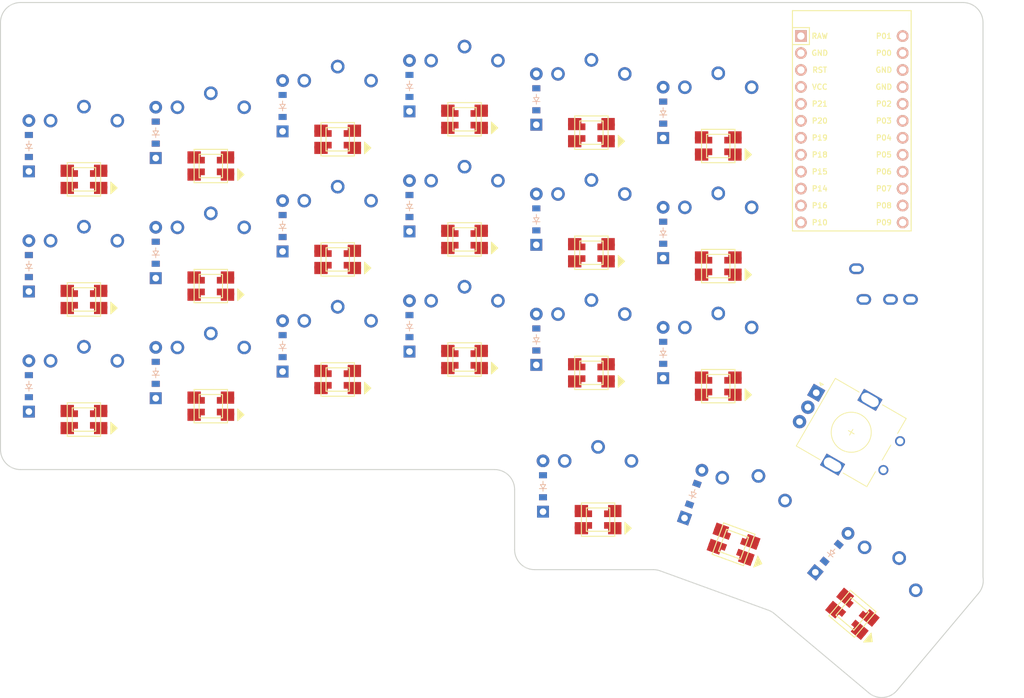
<source format=kicad_pcb>
(kicad_pcb (version 20211014) (generator pcbnew)
  (title_block (title "cholatte") (rev "v1.0.0") (company "Unknown"))
  (layers (0 "F.Cu" signal) (31 "B.Cu" signal) (34 "B.Paste" user) (35 "F.Paste" user) (36 "B.SilkS" user "B.Silkscreen") (37 "F.SilkS" user "F.Silkscreen") (38 "B.Mask" user) (39 "F.Mask" user) (44 "Edge.Cuts" user))
  (net 0 "")
  (net 1 "matrix_outer_bottom")
  (net 2 "GND")
  (net 3 "unknown")
  (net 4 "VCC")
  (net 5 "matrix_outer_home")
  (net 6 "matrix_outer_top")
  (net 7 "matrix_pinky_bottom")
  (net 8 "matrix_pinky_home")
  (net 9 "matrix_pinky_top")
  (net 10 "matrix_ring_bottom")
  (net 11 "matrix_ring_home")
  (net 12 "matrix_ring_top")
  (net 13 "matrix_middle_bottom")
  (net 14 "matrix_middle_home")
  (net 15 "matrix_middle_top")
  (net 16 "matrix_index_bottom")
  (net 17 "matrix_index_home")
  (net 18 "matrix_index_top")
  (net 19 "matrix_inner_bottom")
  (net 20 "matrix_inner_home")
  (net 21 "matrix_inner_top")
  (net 22 "thumbfan_near_thumb")
  (net 23 "thumbfan_home_thumb")
  (net 24 "thumbfan_far_thumb")
  (net 25 "undefined")
  (net 26 "D2")
  (net 27 "RAW")
  (net 28 "RST")
  (net 29 "matrix_thumbfan_far")
  (net 30 "matrix_thumbfan_home")
  (net 31 "matrix_thumbfan_near")
  (net 32 "P0")
  (footprint "WS2812B" (layer "F.Cu") (at 129.22 157)
    (fp_text reference "LED4" hide)
    (fp_text value "" hide)
  )
  (footprint "ProMicro" (layer "F.Cu") (at 225.22 115.5 -90)
    (fp_text reference "MCU1" hide)
    (fp_text value "" hide)
  )
  (footprint "PG1350" (layer "F.Cu") (at 129.22 152)
    (fp_text reference "S4" hide)
    (fp_text value "" hide)
  )
  (footprint "WS2812B" (layer "F.Cu") (at 148.22 117)
    (fp_text reference "LED9" hide)
    (fp_text value "" hide)
  )
  (footprint "ComboDiode" (layer "F.Cu") (at 178.97 169 90)
    (fp_text reference "D19" hide)
    (fp_text value "" hide)
  )
  (footprint "WS2812B" (layer "F.Cu") (at 148.22 135)
    (fp_text reference "LED8" hide)
    (fp_text value "" hide)
  )
  (footprint "PG1350" (layer "F.Cu") (at 228.525157 184.283214 -40)
    (fp_text reference "S21" hide)
    (fp_text value "" hide)
  )
  (footprint "rotary_encoder" (layer "F.Cu") (at 225.22 161 -30)
    (fp_text reference "ROT1" hide)
    (fp_text value "")
  )
  (footprint "ComboDiode" (layer "F.Cu") (at 101.97 118 90)
    (fp_text reference "D3" hide)
    (fp_text value "" hide)
  )
  (footprint "WS2812B" (layer "F.Cu") (at 167.22 132)
    (fp_text reference "LED11" hide)
    (fp_text value "" hide)
  )
  (footprint "WS2812B" (layer "F.Cu") (at 129.22 121)
    (fp_text reference "LED6" hide)
    (fp_text value "" hide)
  )
  (footprint "WS2812B" (layer "F.Cu") (at 187.22 174)
    (fp_text reference "LED19" hide)
    (fp_text value "" hide)
  )
  (footprint "ComboDiode" (layer "F.Cu") (at 196.97 131 90)
    (fp_text reference "D17" hide)
    (fp_text value "" hide)
  )
  (footprint "WS2812B" (layer "F.Cu") (at 205.22 118)
    (fp_text reference "LED18" hide)
    (fp_text value "" hide)
  )
  (footprint "TRRS-PJ-320A-dual" (layer "F.Cu") (at 237.22 141 -90)
    (fp_text reference "REF**")
    (fp_text value "TRRS-PJ-320A-dual")
  )
  (footprint "PG1350" (layer "F.Cu") (at 187.22 169)
    (fp_text reference "S19" hide)
    (fp_text value "" hide)
  )
  (footprint "ComboDiode" (layer "F.Cu") (at 196.97 149 90)
    (fp_text reference "D16" hide)
    (fp_text value "" hide)
  )
  (footprint "WS2812B" (layer "F.Cu") (at 207.509899 177.698463 -20)
    (fp_text reference "LED20" hide)
    (fp_text value "" hide)
  )
  (footprint "PG1350" (layer "F.Cu") (at 148.22 130)
    (fp_text reference "S8" hide)
    (fp_text value "" hide)
  )
  (footprint "ComboDiode" (layer "F.Cu") (at 101.97 136 90)
    (fp_text reference "D2" hide)
    (fp_text value "" hide)
  )
  (footprint "WS2812B" (layer "F.Cu") (at 167.22 114)
    (fp_text reference "LED12" hide)
    (fp_text value "" hide)
  )
  (footprint "ComboDiode" (layer "F.Cu") (at 177.97 129 90)
    (fp_text reference "D14" hide)
    (fp_text value "" hide)
  )
  (footprint "WS2812B" (layer "F.Cu") (at 167.22 150)
    (fp_text reference "LED10" hide)
    (fp_text value "" hide)
  )
  (footprint "ComboDiode" (layer "F.Cu") (at 158.97 145 90)
    (fp_text reference "D10" hide)
    (fp_text value "" hide)
  )
  (footprint "PG1350" (layer "F.Cu") (at 186.22 147)
    (fp_text reference "S13" hide)
    (fp_text value "" hide)
  )
  (footprint "PG1350" (layer "F.Cu") (at 110.22 118)
    (fp_text reference "S3" hide)
    (fp_text value "" hide)
  )
  (footprint "ComboDiode" (layer "F.Cu") (at 222.20529 178.980216 50)
    (fp_text reference "D21" hide)
    (fp_text value "" hide)
  )
  (footprint "WS2812B" (layer "F.Cu") (at 129.22 139)
    (fp_text reference "LED5" hide)
    (fp_text value "" hide)
  )
  (footprint "PG1350" (layer "F.Cu") (at 110.22 154)
    (fp_text reference "S1" hide)
    (fp_text value "" hide)
  )
  (footprint "PG1350" (layer "F.Cu") (at 167.22 127)
    (fp_text reference "S11" hide)
    (fp_text value "" hide)
  )
  (footprint "ComboDiode" (layer "F.Cu") (at 139.97 112 90)
    (fp_text reference "D9" hide)
    (fp_text value "" hide)
  )
  (footprint "ComboDiode" (layer "F.Cu") (at 120.97 134 90)
    (fp_text reference "D5" hide)
    (fp_text value "" hide)
  )
  (footprint "WS2812B" (layer "F.Cu") (at 225.311219 188.113436 -40)
    (fp_text reference "LED21" hide)
    (fp_text value "" hide)
  )
  (footprint "ComboDiode" (layer "F.Cu") (at 139.97 148 90)
    (fp_text reference "D7" hide)
    (fp_text value "" hide)
  )
  (footprint "ComboDiode" (layer "F.Cu") (at 101.97 154 90)
    (fp_text reference "D1" hide)
    (fp_text value "" hide)
  )
  (footprint "PG1350" (layer "F.Cu") (at 167.22 109)
    (fp_text reference "S12" hide)
    (fp_text value "" hide)
  )
  (footprint "ComboDiode" (layer "F.Cu") (at 201.467536 170.178334 70)
    (fp_text reference "D20" hide)
    (fp_text value "" hide)
  )
  (footprint "WS2812B" (layer "F.Cu") (at 205.22 136)
    (fp_text reference "LED17" hide)
    (fp_text value "" hide)
  )
  (footprint "ComboDiode" (layer "F.Cu") (at 120.97 152 90)
    (fp_text reference "D4" hide)
    (fp_text value "" hide)
  )
  (footprint "ComboDiode" (layer "F.Cu") (at 177.97 111 90)
    (fp_text reference "D15" hide)
    (fp_text value "" hide)
  )
  (footprint "WS2812B" (layer "F.Cu") (at 148.22 153)
    (fp_text reference "LED7" hide)
    (fp_text value "" hide)
  )
  (footprint "ComboDiode" (layer "F.Cu") (at 177.97 147 90)
    (fp_text reference "D13" hide)
    (fp_text value "" hide)
  )
  (footprint "WS2812B" (layer "F.Cu") (at 205.22 154)
    (fp_text reference "LED16" hide)
    (fp_text value "" hide)
  )
  (footprint "PG1350" (layer "F.Cu") (at 129.22 116)
    (fp_text reference "S6" hide)
    (fp_text value "" hide)
  )
  (footprint "WS2812B" (layer "F.Cu") (at 110.22 141)
    (fp_text reference "LED2" hide)
    (fp_text value "" hide)
  )
  (footprint "PG1350" (layer "F.Cu") (at 186.22 111)
    (fp_text reference "S15" hide)
    (fp_text value "" hide)
  )
  (footprint "ComboDiode" (layer "F.Cu") (at 158.97 109 90)
    (fp_text reference "D12" hide)
    (fp_text value "" hide)
  )
  (footprint "ComboDiode" (layer "F.Cu") (at 120.97 116 90)
    (fp_text reference "D6" hide)
    (fp_text value "" hide)
  )
  (footprint "PG1350" (layer "F.Cu") (at 129.22 134)
    (fp_text reference "S5" hide)
    (fp_text value "" hide)
  )
  (footprint "PG1350" (layer "F.Cu") (at 110.22 136)
    (fp_text reference "S2" hide)
    (fp_text value "" hide)
  )
  (footprint "PG1350" (layer "F.Cu") (at 205.22 131)
    (fp_text reference "S17" hide)
    (fp_text value "" hide)
  )
  (footprint "WS2812B" (layer "F.Cu") (at 186.22 134)
    (fp_text reference "LED14" hide)
    (fp_text value "" hide)
  )
  (footprint "PG1350" (layer "F.Cu") (at 209.22 173 -20)
    (fp_text reference "S20" hide)
    (fp_text value "" hide)
  )
  (footprint "WS2812B" (layer "F.Cu") (at 110.22 123)
    (fp_text reference "LED3" hide)
    (fp_text value "" hide)
  )
  (footprint "WS2812B" (layer "F.Cu") (at 186.22 116)
    (fp_text reference "LED15" hide)
    (fp_text value "" hide)
  )
  (footprint "ComboDiode" (layer "F.Cu") (at 196.97 113 90)
    (fp_text reference "D18" hide)
    (fp_text value "" hide)
  )
  (footprint "PG1350" (layer "F.Cu") (at 186.22 129)
    (fp_text reference "S14" hide)
    (fp_text value "" hide)
  )
  (footprint "WS2812B" (layer "F.Cu") (at 110.22 159)
    (fp_text reference "LED1" hide)
    (fp_text value "" hide)
  )
  (footprint "PG1350" (layer "F.Cu") (at 148.22 112)
    (fp_text reference "S9" hide)
    (fp_text value "" hide)
  )
  (footprint "PG1350" (layer "F.Cu") (at 205.22 113)
    (fp_text reference "S18" hide)
    (fp_text value "" hide)
  )
  (footprint "PG1350" (layer "F.Cu") (at 205.22 149)
    (fp_text reference "S16" hide)
    (fp_text value "" hide)
  )
  (footprint "PG1350" (layer "F.Cu") (at 167.22 145)
    (fp_text reference "S10" hide)
    (fp_text value "" hide)
  )
  (footprint "ComboDiode" (layer "F.Cu") (at 139.97 130 90)
    (fp_text reference "D8" hide)
    (fp_text value "" hide)
  )
  (footprint "PG1350" (layer "F.Cu") (at 148.22 148)
    (fp_text reference "S7" hide)
    (fp_text value "" hide)
  )
  (footprint "WS2812B" (layer "F.Cu") (at 186.22 152)
    (fp_text reference "LED13" hide)
    (fp_text value "" hide)
  )
  (footprint "ComboDiode" (layer "F.Cu") (at 158.97 127 90)
    (fp_text reference "D11" hide)
    (fp_text value "" hide)
  )
  (gr_arc (start 97.72 99.5) (mid 98.59868 97.37868) (end 100.72 96.5) (layer "Edge.Cuts") (width 0.15))
  (gr_arc (start 100.72 166.5) (mid 98.59868 165.62132) (end 97.72 163.5) (layer "Edge.Cuts") (width 0.15))
  (gr_line (start 231.99423 199.595481) (end 244.207195 185.040636) (layer "Edge.Cuts") (width 0.15))
  (gr_line (start 100.72 166.5) (end 171.72 166.5) (layer "Edge.Cuts") (width 0.15))
  (gr_line (start 244.867552 182.614944) (end 244.867552 175.621177) (layer "Edge.Cuts") (width 0.15))
  (gr_line (start 196.523082 181.680922) (end 212.722605 187.577066) (layer "Edge.Cuts") (width 0.15))
  (gr_line (start 244.87 175.5) (end 244.87 99.5) (layer "Edge.Cuts") (width 0.15))
  (gr_arc (start 195.497022 181.5) (mid 196.017966 181.545577) (end 196.523082 181.680922) (layer "Edge.Cuts") (width 0.15))
  (gr_arc (start 171.72 166.5) (mid 173.84132 167.37868) (end 174.72 169.5) (layer "Edge.Cuts") (width 0.15))
  (gr_arc (start 241.87 96.5) (mid 243.99132 97.37868) (end 244.87 99.5) (layer "Edge.Cuts") (width 0.15))
  (gr_arc (start 212.722606 187.577066) (mid 213.196546 187.798068) (end 213.624908 188.098011) (layer "Edge.Cuts") (width 0.15))
  (gr_line (start 174.72 169.5) (end 174.72 178.5) (layer "Edge.Cuts") (width 0.15))
  (gr_line (start 100.72 96.5) (end 241.87 96.5) (layer "Edge.Cuts") (width 0.15))
  (gr_arc (start 231.99423 199.595481) (mid 229.957564 200.655702) (end 227.767734 199.965251) (layer "Edge.Cuts") (width 0.15))
  (gr_arc (start 177.72 181.5) (mid 175.59868 180.62132) (end 174.72 178.5) (layer "Edge.Cuts") (width 0.15))
  (gr_arc (start 244.87 175.5) (mid 244.869388 175.560601) (end 244.867552 175.621177) (layer "Edge.Cuts") (width 0.15))
  (gr_line (start 213.624908 188.098011) (end 227.767734 199.965251) (layer "Edge.Cuts") (width 0.15))
  (gr_line (start 177.72 181.5) (end 195.497022 181.5) (layer "Edge.Cuts") (width 0.15))
  (gr_line (start 97.72 163.5) (end 97.72 99.5) (layer "Edge.Cuts") (width 0.15))
  (gr_arc (start 244.867551 182.614945) (mid 244.803714 183.900298) (end 244.207195 185.040636) (layer "Edge.Cuts") (width 0.15))
)
</source>
